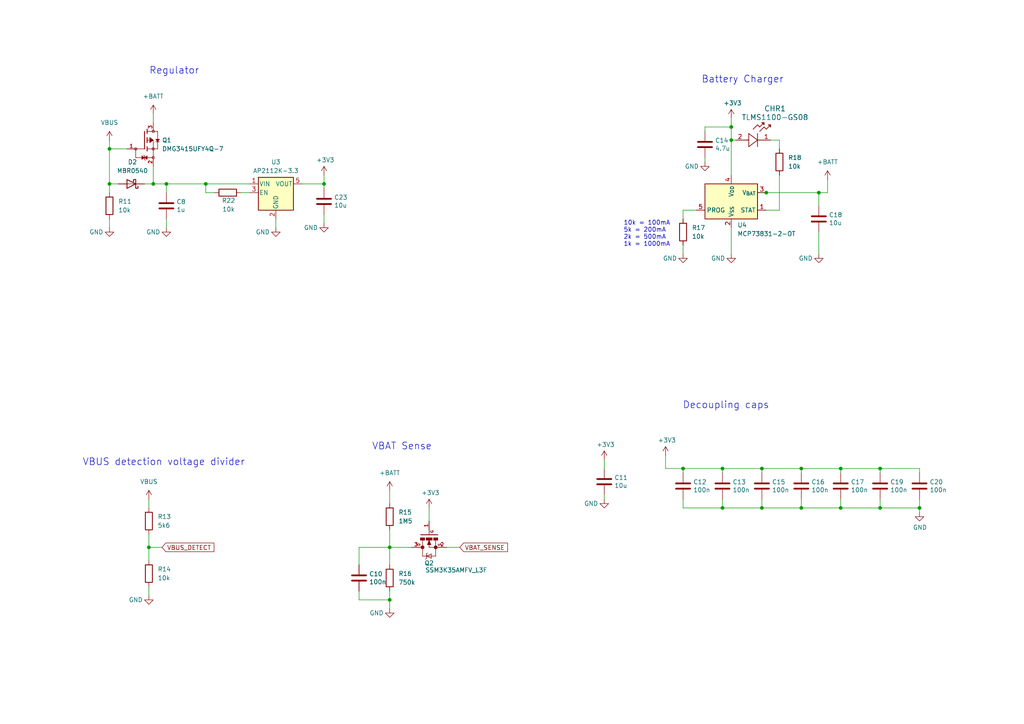
<source format=kicad_sch>
(kicad_sch (version 20231120) (generator "eeschema") (generator_version "8.0")
  (paper "A4")
  (lib_symbols
    (symbol "Battery_Management:MCP73831-2-OT"
      (property "Reference" "U" (at -7.62 6.35 0))
      (property "Value" "MCP73831-2-OT" (at 1.27 6.35 0))
      (symbol "MCP73831-2-OT_0_1"
        (rectangle (start -7.62 5.08) (end 7.62 -5.08) (stroke (width 0.254)) (fill (type background)))
      )
      (symbol "MCP73831-2-OT_1_1"
        (pin tri_state line (at 10.16 -2.54 180) (length 2.54) (name "STAT") (number "1"))
        (pin power_in line (at 0 -7.62 90) (length 2.54) (name "V_{SS}") (number "2"))
        (pin power_out line (at 10.16 2.54 180) (length 2.54) (name "V_{BAT}") (number "3"))
        (pin power_in line (at 0 7.62 270) (length 2.54) (name "V_{DD}") (number "4"))
        (pin input line (at -10.16 -2.54 0) (length 2.54) (name "PROG") (number "5"))
      )
    )
    (symbol "DMG3415UFY4Q-7:DMG3415UFY4Q-7" (pin_names (offset 1.016))
      (property "Reference" "Q" (at -8.89 3.81 0))
      (property "Value" "DMG3415UFY4Q-7" (at -8.89 -8.89 0))
      (symbol "DMG3415UFY4Q-7_0_0"
        (circle (center -2.54 -2.54) (radius 0.3592))
        (polyline (pts (xy -2.54 -5.08) (xy -2.54 -2.54)) (stroke (width 0.1524)))
        (polyline (pts (xy -2.54 -2.54) (xy 0 -2.54)) (stroke (width 0.1524)))
        (polyline (pts (xy -0.254 -4.318) (xy 0 -4.572)) (stroke (width 0.1524)))
        (polyline (pts (xy 0 -5.588) (xy 0.254 -5.842)) (stroke (width 0.1524)))
        (polyline (pts (xy 0 -4.572) (xy 0 -5.588)) (stroke (width 0.1524)))
        (polyline (pts (xy 0 -2.54) (xy 0 2.54)) (stroke (width 0.254)))
        (polyline (pts (xy 0.762 -3.175) (xy 0.762 -2.54)) (stroke (width 0.254)))
        (polyline (pts (xy 0.762 -2.54) (xy 0.762 -1.905)) (stroke (width 0.254)))
        (polyline (pts (xy 0.762 -2.54) (xy 2.54 -2.54)) (stroke (width 0.1524)))
        (polyline (pts (xy 0.762 -0.762) (xy 0.762 0)) (stroke (width 0.254)))
        (polyline (pts (xy 0.762 0) (xy 0.762 0.762)) (stroke (width 0.254)))
        (polyline (pts (xy 0.762 0) (xy 2.54 0)) (stroke (width 0.1524)))
        (polyline (pts (xy 0.762 1.905) (xy 0.762 2.54)) (stroke (width 0.254)))
        (polyline (pts (xy 0.762 2.54) (xy 0.762 3.175)) (stroke (width 0.254)))
        (polyline (pts (xy 2.54 -5.08) (xy -2.54 -5.08)) (stroke (width 0.1524)))
        (polyline (pts (xy 2.54 -2.54) (xy 2.54 -5.08)) (stroke (width 0.1524)))
        (polyline (pts (xy 2.54 -2.54) (xy 2.54 0)) (stroke (width 0.1524)))
        (polyline (pts (xy 2.54 -2.54) (xy 3.81 -2.54)) (stroke (width 0.1524)))
        (polyline (pts (xy 3.81 -0.508) (xy 3.302 -0.508)) (stroke (width 0.1524)))
        (polyline (pts (xy 3.81 -0.508) (xy 3.81 -2.54)) (stroke (width 0.1524)))
        (polyline (pts (xy 3.81 2.54) (xy 0.762 2.54)) (stroke (width 0.1524)))
        (polyline (pts (xy 3.81 2.54) (xy 3.81 -0.508)) (stroke (width 0.1524)))
        (polyline (pts (xy 4.318 -0.508) (xy 3.81 -0.508)) (stroke (width 0.1524)))
        (polyline (pts (xy 0 -5.08) (xy -0.762 -5.588) (xy -0.762 -4.572) (xy 0 -5.08)) (stroke (width 0.1524)) (fill (type outline)))
        (polyline (pts (xy 0 -5.08) (xy 0.762 -4.572) (xy 0.762 -5.588) (xy 0 -5.08)) (stroke (width 0.1524)) (fill (type outline)))
        (polyline (pts (xy 2.54 0) (xy 1.524 0.762) (xy 1.524 -0.762) (xy 2.54 0)) (stroke (width 0.1524)) (fill (type outline)))
        (polyline (pts (xy 3.81 -0.508) (xy 3.302 0.254) (xy 4.318 0.254) (xy 3.81 -0.508)) (stroke (width 0.1524)) (fill (type outline)))
        (circle (center 2.54 -5.08) (radius 0.3592))
        (circle (center 2.54 -2.54) (radius 0.3592))
        (circle (center 2.54 2.54) (radius 0.3592))
        (pin passive line (at -5.08 -2.54 0) (length 2.54) (name "~") (number "1"))
        (pin passive line (at 2.54 -7.62 90) (length 2.54) (name "~") (number "2"))
        (pin passive line (at 2.54 5.08 270) (length 2.54) (name "~") (number "3"))
      )
    )
    (symbol "Device:C" (pin_numbers hide) (pin_names (offset 0.254))
      (property "Reference" "C" (at 0.635 2.54 0))
      (property "Value" "C" (at 0.635 -2.54 0))
      (symbol "C_0_1"
        (polyline (pts (xy -2.032 -0.762) (xy 2.032 -0.762)) (stroke (width 0.508)))
        (polyline (pts (xy -2.032 0.762) (xy 2.032 0.762)) (stroke (width 0.508)))
      )
      (symbol "C_1_1"
        (pin passive line (at 0 3.81 270) (length 2.794) (name "~") (number "1"))
        (pin passive line (at 0 -3.81 90) (length 2.794) (name "~") (number "2"))
      )
    )
    (symbol "Device:R" (pin_numbers hide) (pin_names (offset 0))
      (property "Reference" "R" (at 2.032 0 90))
      (property "Value" "R" (at 0 0 90))
      (symbol "R_0_1"
        (rectangle (start -1.016 -2.54) (end 1.016 2.54) (stroke (width 0.254)))
      )
      (symbol "R_1_1"
        (pin passive line (at 0 3.81 270) (length 1.27) (name "~") (number "1"))
        (pin passive line (at 0 -3.81 90) (length 1.27) (name "~") (number "2"))
      )
    )
    (symbol "Diode:MBR0540" (pin_numbers hide) (pin_names (offset 1.016) hide)
      (property "Reference" "D" (at 0 2.54 0))
      (property "Value" "MBR0540" (at 0 -2.54 0))
      (symbol "MBR0540_0_1"
        (polyline (pts (xy 1.27 0) (xy -1.27 0)))
        (polyline (pts (xy 1.27 1.27) (xy 1.27 -1.27) (xy -1.27 0) (xy 1.27 1.27)) (stroke (width 0.254)))
        (polyline (pts (xy -1.905 0.635) (xy -1.905 1.27) (xy -1.27 1.27) (xy -1.27 -1.27) (xy -0.635 -1.27) (xy -0.635 -0.635)) (stroke (width 0.254)))
      )
      (symbol "MBR0540_1_1"
        (pin passive line (at -3.81 0 0) (length 2.54) (name "K") (number "1"))
        (pin passive line (at 3.81 0 180) (length 2.54) (name "A") (number "2"))
      )
    )
    (symbol "Regulator_Linear:AP2112K-3.3" (pin_names (offset 0.254))
      (property "Reference" "U" (at -5.08 5.715 0))
      (property "Value" "AP2112K-3.3" (at 0 5.715 0))
      (symbol "AP2112K-3.3_0_1"
        (rectangle (start -5.08 4.445) (end 5.08 -5.08) (stroke (width 0.254)) (fill (type background)))
      )
      (symbol "AP2112K-3.3_1_1"
        (pin power_in line (at -7.62 2.54 0) (length 2.54) (name "VIN") (number "1"))
        (pin power_in line (at 0 -7.62 90) (length 2.54) (name "GND") (number "2"))
        (pin input line (at -7.62 0 0) (length 2.54) (name "EN") (number "3"))
        (pin no_connect line (at 5.08 0 180) (length 2.54) hide (name "NC") (number "4"))
        (pin power_out line (at 7.62 2.54 180) (length 2.54) (name "VOUT") (number "5"))
      )
    )
    (symbol "SSM3K35AMFV_L3F:SSM3K35AMFV_L3F" (pin_names (offset 1.016))
      (property "Reference" "Q" (at 5.08 2.54 0))
      (property "Value" "SSM3K35AMFV_L3F" (at 5.08 0 0))
      (symbol "SSM3K35AMFV_L3F_0_0"
        (rectangle (start -2.794 -2.54) (end -2.032 -1.27) (stroke (width 0.1)) (fill (type outline)))
        (rectangle (start -2.794 -0.889) (end -2.032 0.889) (stroke (width 0.1)) (fill (type outline)))
        (rectangle (start -2.794 1.27) (end -2.032 2.54) (stroke (width 0.1)) (fill (type outline)))
        (circle (center 0 -1.905) (radius 0.127) (stroke (width 0.4064)))
        (polyline (pts (xy -3.81 0) (xy -5.08 0)) (stroke (width 0.1524)))
        (polyline (pts (xy -3.6576 2.413) (xy -3.6576 -2.54)) (stroke (width 0.254)))
        (polyline (pts (xy -2.032 -1.905) (xy 0 -1.905)) (stroke (width 0.1524)))
        (polyline (pts (xy -2.032 0) (xy -0.762 -0.508)) (stroke (width 0.1524)))
        (polyline (pts (xy -1.778 0) (xy -0.889 -0.254)) (stroke (width 0.3048)))
        (polyline (pts (xy -0.889 -0.254) (xy -0.889 0)) (stroke (width 0.3048)))
        (polyline (pts (xy -0.889 0) (xy -1.143 0)) (stroke (width 0.3048)))
        (polyline (pts (xy -0.889 0) (xy 0 0)) (stroke (width 0.1524)))
        (polyline (pts (xy -0.889 0.254) (xy -1.778 0)) (stroke (width 0.3048)))
        (polyline (pts (xy -0.762 -0.508) (xy -0.762 0.508)) (stroke (width 0.1524)))
        (polyline (pts (xy -0.762 0.508) (xy -2.032 0)) (stroke (width 0.1524)))
        (polyline (pts (xy 0 -1.905) (xy 0 -2.54)) (stroke (width 0.1524)))
        (polyline (pts (xy 0 0) (xy 0 -1.905)) (stroke (width 0.1524)))
        (polyline (pts (xy 0 1.905) (xy -2.0066 1.905)) (stroke (width 0.1524)))
        (polyline (pts (xy 0 1.905) (xy 2.54 1.905)) (stroke (width 0.1524)))
        (polyline (pts (xy 0 2.54) (xy 0 1.905)) (stroke (width 0.1524)))
        (polyline (pts (xy 1.905 -0.635) (xy 3.175 -0.635)) (stroke (width 0.1524)))
        (polyline (pts (xy 1.905 0.762) (xy 1.651 0.508)) (stroke (width 0.1524)))
        (polyline (pts (xy 1.905 0.762) (xy 2.54 0.762)) (stroke (width 0.1524)))
        (polyline (pts (xy 2.54 -1.905) (xy 0 -1.905)) (stroke (width 0.1524)))
        (polyline (pts (xy 2.54 0.762) (xy 1.905 -0.635)) (stroke (width 0.1524)))
        (polyline (pts (xy 2.54 0.762) (xy 2.54 -1.905)) (stroke (width 0.1524)))
        (polyline (pts (xy 2.54 0.762) (xy 3.175 0.762)) (stroke (width 0.1524)))
        (polyline (pts (xy 2.54 1.905) (xy 2.54 0.762)) (stroke (width 0.1524)))
        (polyline (pts (xy 3.175 -0.635) (xy 2.54 0.762)) (stroke (width 0.1524)))
        (polyline (pts (xy 3.175 0.762) (xy 3.429 1.016)) (stroke (width 0.1524)))
        (circle (center 0 1.905) (radius 0.127) (stroke (width 0.4064)))
        (text "D" (at -1.27 2.54 0) (effects (font (size 0.8128 0.8128)) (justify left bottom)))
        (text "G" (at -5.08 -1.27 0) (effects (font (size 0.8128 0.8128)) (justify left bottom)))
        (text "S" (at -1.27 -3.556 0) (effects (font (size 0.8128 0.8128)) (justify left bottom)))
        (pin passive line (at -7.62 0 0) (length 2.54) (name "~") (number "1"))
        (pin passive line (at 0 -5.08 90) (length 2.54) (name "~") (number "2"))
        (pin passive line (at 0 5.08 270) (length 2.54) (name "~") (number "3"))
      )
    )
    (symbol "TLMS1100-GS08:TLMS1100-GS08" (pin_names (offset 0.254))
      (property "Reference" "CR" (at 5.08 -4.445 0))
      (property "Value" "TLMS1100-GS08" (at 5.08 -7.62 0))
      (symbol "TLMS1100-GS08_1_1"
        (polyline (pts (xy 2.54 0) (xy 3.4798 0)) (stroke (width 0.2032)))
        (polyline (pts (xy 3.175 0) (xy 3.81 0)) (stroke (width 0.2032)))
        (polyline (pts (xy 3.81 -1.905) (xy 6.35 0)) (stroke (width 0.2032)))
        (polyline (pts (xy 3.81 1.905) (xy 3.81 -1.905)) (stroke (width 0.2032)))
        (polyline (pts (xy 5.08 3.175) (xy 6.35 4.445)) (stroke (width 0.2032)))
        (polyline (pts (xy 6.35 -1.905) (xy 6.35 1.905)) (stroke (width 0.2032)))
        (polyline (pts (xy 6.35 0) (xy 3.81 1.905)) (stroke (width 0.2032)))
        (polyline (pts (xy 6.35 0) (xy 7.62 0)) (stroke (width 0.2032)))
        (polyline (pts (xy 6.35 4.445) (xy 6.985 3.81)) (stroke (width 0.2032)))
        (polyline (pts (xy 6.985 2.54) (xy 8.255 3.81)) (stroke (width 0.2032)))
        (polyline (pts (xy 6.985 3.81) (xy 8.255 5.08)) (stroke (width 0.2032)))
        (polyline (pts (xy 7.62 5.08) (xy 8.255 4.445)) (stroke (width 0.2032)))
        (polyline (pts (xy 8.255 3.81) (xy 8.89 3.175)) (stroke (width 0.2032)))
        (polyline (pts (xy 8.255 4.445) (xy 8.255 5.08)) (stroke (width 0.2032)))
        (polyline (pts (xy 8.255 5.08) (xy 7.62 5.08)) (stroke (width 0.2032)))
        (polyline (pts (xy 8.89 3.175) (xy 10.16 4.445)) (stroke (width 0.2032)))
        (polyline (pts (xy 9.525 4.445) (xy 10.16 3.81)) (stroke (width 0.2032)))
        (polyline (pts (xy 10.16 3.81) (xy 10.16 4.445)) (stroke (width 0.2032)))
        (polyline (pts (xy 10.16 4.445) (xy 9.525 4.445)) (stroke (width 0.2032)))
        (pin passive line (at 10.16 0 180) (length 2.54) (name "") (number "1"))
        (pin passive line (at 0 0 0) (length 2.54) (name "") (number "2"))
      )
      (symbol "TLMS1100-GS08_1_2"
        (polyline (pts (xy -5.08 7.62) (xy -4.445 8.255)) (stroke (width 0.2032)))
        (polyline (pts (xy -5.08 8.255) (xy -5.08 7.62)) (stroke (width 0.2032)))
        (polyline (pts (xy -4.445 6.35) (xy -3.81 6.985)) (stroke (width 0.2032)))
        (polyline (pts (xy -4.445 8.255) (xy -5.08 8.255)) (stroke (width 0.2032)))
        (polyline (pts (xy -4.445 9.525) (xy -3.81 10.16)) (stroke (width 0.2032)))
        (polyline (pts (xy -4.445 10.16) (xy -4.445 9.525)) (stroke (width 0.2032)))
        (polyline (pts (xy -3.81 6.985) (xy -5.08 8.255)) (stroke (width 0.2032)))
        (polyline (pts (xy -3.81 8.255) (xy -3.175 8.89)) (stroke (width 0.2032)))
        (polyline (pts (xy -3.81 10.16) (xy -4.445 10.16)) (stroke (width 0.2032)))
        (polyline (pts (xy -3.175 5.08) (xy -4.445 6.35)) (stroke (width 0.2032)))
        (polyline (pts (xy -3.175 8.89) (xy -4.445 10.16)) (stroke (width 0.2032)))
        (polyline (pts (xy -2.54 6.985) (xy -3.81 8.255)) (stroke (width 0.2032)))
        (polyline (pts (xy -1.905 3.81) (xy 1.905 3.81)) (stroke (width 0.2032)))
        (polyline (pts (xy 0 2.54) (xy 0 3.4798)) (stroke (width 0.2032)))
        (polyline (pts (xy 0 3.175) (xy 0 3.81)) (stroke (width 0.2032)))
        (polyline (pts (xy 0 6.35) (xy -1.905 3.81)) (stroke (width 0.2032)))
        (polyline (pts (xy 0 6.35) (xy 0 7.62)) (stroke (width 0.2032)))
        (polyline (pts (xy 1.905 3.81) (xy 0 6.35)) (stroke (width 0.2032)))
        (polyline (pts (xy 1.905 6.35) (xy -1.905 6.35)) (stroke (width 0.2032)))
        (pin unspecified line (at 0 10.16 270) (length 2.54) (name "") (number "1"))
        (pin unspecified line (at 0 0 90) (length 2.54) (name "") (number "2"))
      )
    )
    (symbol "VBUS_1" (power) (pin_numbers hide) (pin_names (offset 0) hide)
      (property "Value" "VBUS" (at 0 3.556 0))
      (symbol "VBUS_1_0_1"
        (polyline (pts (xy -0.762 1.27) (xy 0 2.54)))
        (polyline (pts (xy 0 0) (xy 0 2.54)))
        (polyline (pts (xy 0 2.54) (xy 0.762 1.27)))
      )
      (symbol "VBUS_1_1_1"
        (pin power_in line (at 0 0 90) (length 0) (name "~") (number "1"))
      )
    )
    (symbol "power:+3V3" (power) (pin_names (offset 0))
      (property "Value" "+3V3" (at 0 3.556 0))
      (symbol "+3V3_0_1"
        (polyline (pts (xy -0.762 1.27) (xy 0 2.54)))
        (polyline (pts (xy 0 0) (xy 0 2.54)))
        (polyline (pts (xy 0 2.54) (xy 0.762 1.27)))
      )
      (symbol "+3V3_1_1"
        (pin power_in line (at 0 0 90) (length 0) hide (name "+3V3") (number "1"))
      )
    )
    (symbol "power:+BATT" (power) (pin_numbers hide) (pin_names (offset 0) hide)
      (property "Value" "+BATT" (at 0 3.556 0))
      (symbol "+BATT_0_1"
        (polyline (pts (xy -0.762 1.27) (xy 0 2.54)))
        (polyline (pts (xy 0 0) (xy 0 2.54)))
        (polyline (pts (xy 0 2.54) (xy 0.762 1.27)))
      )
      (symbol "+BATT_1_1"
        (pin power_in line (at 0 0 90) (length 0) (name "~") (number "1"))
      )
    )
    (symbol "power:GND" (power) (pin_names (offset 0))
      (property "Value" "GND" (at 0 -3.81 0))
      (symbol "GND_0_1"
        (polyline (pts (xy 0 0) (xy 0 -1.27) (xy 1.27 -1.27) (xy 0 -2.54) (xy -1.27 -1.27) (xy 0 -1.27)))
      )
      (symbol "GND_1_1"
        (pin power_in line (at 0 0 270) (length 0) hide (name "GND") (number "1"))
      )
    )
  )
  (junction (at 220.98 147.32))
  (junction (at 237.49 55.88))
  (junction (at 31.75 43.18))
  (junction (at 43.18 158.75))
  (junction (at 232.41 135.89))
  (junction (at 113.03 173.99))
  (junction (at 212.09 36.83))
  (junction (at 243.84 147.32))
  (junction (at 209.55 147.32))
  (junction (at 232.41 147.32))
  (junction (at 255.27 147.32))
  (junction (at 48.26 53.34))
  (junction (at 243.84 135.89))
  (junction (at 212.09 40.64))
  (junction (at 255.27 135.89))
  (junction (at 113.03 158.75))
  (junction (at 31.75 53.34))
  (junction (at 222.25 55.88))
  (junction (at 209.55 135.89))
  (junction (at 59.69 53.34))
  (junction (at 198.12 135.89))
  (junction (at 93.98 53.34))
  (junction (at 220.98 135.89))
  (junction (at 266.7 147.32))
  (junction (at 44.45 53.34))
  (wire (pts (xy 209.55 144.78) (xy 209.55 147.32)))
  (wire (pts (xy 266.7 147.32) (xy 266.7 148.59)))
  (wire (pts (xy 59.69 55.88) (xy 62.23 55.88)))
  (wire (pts (xy 212.09 34.29) (xy 212.09 36.83)))
  (wire (pts (xy 175.26 143.51) (xy 175.26 144.78)))
  (wire (pts (xy 266.7 137.16) (xy 266.7 135.89)))
  (wire (pts (xy 124.46 147.32) (xy 124.46 151.13)))
  (wire (pts (xy 255.27 135.89) (xy 266.7 135.89)))
  (wire (pts (xy 48.26 53.34) (xy 48.26 55.88)))
  (wire (pts (xy 113.03 158.75) (xy 113.03 163.83)))
  (wire (pts (xy 266.7 144.78) (xy 266.7 147.32)))
  (wire (pts (xy 59.69 53.34) (xy 59.69 55.88)))
  (wire (pts (xy 93.98 53.34) (xy 93.98 54.61)))
  (wire (pts (xy 113.03 158.75) (xy 119.38 158.75)))
  (wire (pts (xy 209.55 137.16) (xy 209.55 135.89)))
  (wire (pts (xy 220.98 135.89) (xy 232.41 135.89)))
  (wire (pts (xy 31.75 53.34) (xy 31.75 55.88)))
  (wire (pts (xy 220.98 144.78) (xy 220.98 147.32)))
  (wire (pts (xy 255.27 147.32) (xy 266.7 147.32)))
  (wire (pts (xy 240.03 55.88) (xy 240.03 52.07)))
  (wire (pts (xy 226.06 50.8) (xy 226.06 60.96)))
  (wire (pts (xy 31.75 40.64) (xy 31.75 43.18)))
  (wire (pts (xy 232.41 135.89) (xy 243.84 135.89)))
  (wire (pts (xy 212.09 36.83) (xy 212.09 40.64)))
  (wire (pts (xy 43.18 158.75) (xy 46.99 158.75)))
  (wire (pts (xy 219.71 55.88) (xy 222.25 55.88)))
  (wire (pts (xy 209.55 135.89) (xy 220.98 135.89)))
  (wire (pts (xy 198.12 135.89) (xy 198.12 137.16)))
  (wire (pts (xy 198.12 135.89) (xy 209.55 135.89)))
  (wire (pts (xy 222.25 55.88) (xy 237.49 55.88)))
  (wire (pts (xy 113.03 153.67) (xy 113.03 158.75)))
  (wire (pts (xy 204.47 36.83) (xy 204.47 38.1)))
  (wire (pts (xy 129.54 158.75) (xy 133.35 158.75)))
  (wire (pts (xy 104.14 171.45) (xy 104.14 173.99)))
  (wire (pts (xy 44.45 53.34) (xy 44.45 48.26)))
  (wire (pts (xy 237.49 55.88) (xy 240.03 55.88)))
  (wire (pts (xy 93.98 53.34) (xy 93.98 50.8)))
  (wire (pts (xy 237.49 55.88) (xy 237.49 59.69)))
  (wire (pts (xy 104.14 173.99) (xy 113.03 173.99)))
  (wire (pts (xy 204.47 45.72) (xy 204.47 46.99)))
  (wire (pts (xy 113.03 173.99) (xy 113.03 176.53)))
  (wire (pts (xy 43.18 170.18) (xy 43.18 172.72)))
  (wire (pts (xy 232.41 137.16) (xy 232.41 135.89)))
  (wire (pts (xy 87.63 53.34) (xy 93.98 53.34)))
  (wire (pts (xy 43.18 158.75) (xy 43.18 162.56)))
  (wire (pts (xy 212.09 40.64) (xy 212.09 50.8)))
  (wire (pts (xy 43.18 154.94) (xy 43.18 158.75)))
  (wire (pts (xy 237.49 67.31) (xy 237.49 73.66)))
  (wire (pts (xy 113.03 142.24) (xy 113.03 146.05)))
  (wire (pts (xy 201.93 60.96) (xy 198.12 60.96)))
  (wire (pts (xy 59.69 53.34) (xy 72.39 53.34)))
  (wire (pts (xy 255.27 144.78) (xy 255.27 147.32)))
  (wire (pts (xy 243.84 137.16) (xy 243.84 135.89)))
  (wire (pts (xy 255.27 137.16) (xy 255.27 135.89)))
  (wire (pts (xy 209.55 147.32) (xy 198.12 147.32)))
  (wire (pts (xy 243.84 144.78) (xy 243.84 147.32)))
  (wire (pts (xy 193.04 135.89) (xy 198.12 135.89)))
  (wire (pts (xy 232.41 147.32) (xy 220.98 147.32)))
  (wire (pts (xy 48.26 63.5) (xy 48.26 66.04)))
  (wire (pts (xy 226.06 60.96) (xy 222.25 60.96)))
  (wire (pts (xy 243.84 135.89) (xy 255.27 135.89)))
  (wire (pts (xy 43.18 144.78) (xy 43.18 147.32)))
  (wire (pts (xy 113.03 171.45) (xy 113.03 173.99)))
  (wire (pts (xy 31.75 43.18) (xy 36.83 43.18)))
  (wire (pts (xy 212.09 66.04) (xy 212.09 73.66)))
  (wire (pts (xy 31.75 63.5) (xy 31.75 66.04)))
  (wire (pts (xy 69.85 55.88) (xy 72.39 55.88)))
  (wire (pts (xy 41.91 53.34) (xy 44.45 53.34)))
  (wire (pts (xy 198.12 71.12) (xy 198.12 73.66)))
  (wire (pts (xy 104.14 158.75) (xy 113.03 158.75)))
  (wire (pts (xy 226.06 40.64) (xy 226.06 43.18)))
  (wire (pts (xy 175.26 133.35) (xy 175.26 135.89)))
  (wire (pts (xy 232.41 144.78) (xy 232.41 147.32)))
  (wire (pts (xy 193.04 132.08) (xy 193.04 135.89)))
  (wire (pts (xy 104.14 163.83) (xy 104.14 158.75)))
  (wire (pts (xy 31.75 43.18) (xy 31.75 53.34)))
  (wire (pts (xy 44.45 53.34) (xy 48.26 53.34)))
  (wire (pts (xy 243.84 147.32) (xy 232.41 147.32)))
  (wire (pts (xy 80.01 63.5) (xy 80.01 66.04)))
  (wire (pts (xy 212.09 36.83) (xy 204.47 36.83)))
  (wire (pts (xy 220.98 147.32) (xy 209.55 147.32)))
  (wire (pts (xy 31.75 53.34) (xy 34.29 53.34)))
  (wire (pts (xy 255.27 147.32) (xy 243.84 147.32)))
  (wire (pts (xy 223.52 40.64) (xy 226.06 40.64)))
  (wire (pts (xy 93.98 62.23) (xy 93.98 64.77)))
  (wire (pts (xy 44.45 33.02) (xy 44.45 35.56)))
  (wire (pts (xy 220.98 137.16) (xy 220.98 135.89)))
  (wire (pts (xy 48.26 53.34) (xy 59.69 53.34)))
  (wire (pts (xy 212.09 40.64) (xy 213.36 40.64)))
  (wire (pts (xy 198.12 60.96) (xy 198.12 63.5)))
  (wire (pts (xy 198.12 144.78) (xy 198.12 147.32)))
  (text "Regulator" (at 50.546 20.574 0) (effects (font (size 2 2))))
  (text "VBUS detection voltage divider" (at 47.498 134.112 0) (effects (font (size 2 2))))
  (text "VBAT Sense\n" (at 116.586 129.54 0) (effects (font (size 2 2))))
  (text "Battery Charger" (at 215.392 23.114 0) (effects (font (size 2 2))))
  (text "Decoupling caps" (at 210.566 117.602 0) (effects (font (size 2 2))))
  (text "10k = 100mA\n5k = 200mA\n2k = 500mA\n1k = 1000mA" (at 180.848 67.818 0) (effects (font (size 1.27 1.27)) (justify left)))
  (global_label "VBUS_DETECT" (shape input) (at 46.99 158.75 0) (property "Intersheetrefs" "${INTERSHEET_REFS}" (effects (hide yes))))
  (global_label "VBAT_SENSE" (shape input) (at 133.35 158.75 0) (property "Intersheetrefs" "${INTERSHEET_REFS}" (effects (hide yes))))
  (symbol (lib_id "power:+3V3") (at 175.26 133.35 0) (unit 1)
    (property "Reference" "#PWR038" (effects (hide yes)))
    (property "Value" "+3V3" (at 175.641 128.9558 0))
  )
  (symbol (lib_id "power:+3V3") (at 93.98 50.8 0) (unit 1)
    (property "Reference" "#PWR061" (effects (hide yes)))
    (property "Value" "+3V3" (at 94.361 46.4058 0))
  )
  (symbol (lib_id "Device:C") (at 198.12 140.97 0) (unit 1)
    (property "Reference" "C12" (at 201.041 139.8016 0) (effects (justify left)))
    (property "Value" "100n" (at 201.041 142.113 0) (effects (justify left)))
    (property "Footprint" "Capacitor_SMD:C_0402_1005Metric" (effects (hide yes)))
  )
  (symbol (lib_id "Device:R") (at 113.03 149.86 0) (unit 1)
    (property "Reference" "R15" (at 115.57 148.5899 0) (effects (justify left)))
    (property "Value" "1M5" (at 115.57 151.1299 0) (effects (justify left)))
    (property "Footprint" "Resistor_SMD:R_0402_1005Metric" (effects (hide yes)))
    (property "Description" "Resistor" (effects (hide yes)))
  )
  (symbol (lib_id "Device:C") (at 255.27 140.97 0) (unit 1)
    (property "Reference" "C19" (at 258.191 139.8016 0) (effects (justify left)))
    (property "Value" "100n" (at 258.191 142.113 0) (effects (justify left)))
    (property "Footprint" "Capacitor_SMD:C_0402_1005Metric" (effects (hide yes)))
  )
  (symbol (lib_id "TLMS1100-GS08:TLMS1100-GS08") (at 213.36 40.64 0) (unit 1)
    (property "Reference" "CHR1" (at 224.79 31.496 0) (effects (font (size 1.524 1.524))))
    (property "Value" "TLMS1100-GS08" (at 224.79 34.036 0) (effects (font (size 1.524 1.524))))
    (property "Footprint" "LED_VISHAY_TLMX1100_VIS" (effects (hide yes)))
    (property "Datasheet" "TLMS1100-GS08" (effects (hide yes)))
  )
  (symbol (lib_id "power:GND") (at 93.98 64.77 0) (unit 1)
    (property "Reference" "#PWR027" (effects (hide yes)))
    (property "Value" "GND" (at 90.17 66.04 0))
  )
  (symbol (lib_id "Device:C") (at 104.14 167.64 0) (unit 1)
    (property "Reference" "C10" (at 107.061 166.4716 0) (effects (justify left)))
    (property "Value" "100n" (at 107.061 168.783 0) (effects (justify left)))
    (property "Footprint" "Capacitor_SMD:C_0402_1005Metric" (effects (hide yes)))
  )
  (symbol (lib_id "SSM3K35AMFV_L3F:SSM3K35AMFV_L3F") (at 124.46 158.75 90) (mirror x) (unit 1)
    (property "Reference" "Q2" (at 124.46 163.322 90))
    (property "Value" "SSM3K35AMFV_L3F" (at 132.334 165.354 90))
    (property "Footprint" "duso:VESM_SOT-723_" (effects (hide yes)))
    (property "DigiKey_Part_Number" "SSM3K35AMFVL3FTR-ND" (effects (hide yes)))
    (property "MF" "Toshiba" (effects (hide yes)))
    (property "Purchase-URL" "https://www.snapeda.com/api/url_track_click_mouser/?unipart_id=1360201&manufacturer=Toshiba&part_name=SSM3K35AMFV,L3F&search_term=ssm3k35amfv,l3f" (effects (hide yes)))
    (property "Package" "SOT-723 Toshiba" (effects (hide yes)))
    (property "SnapEDA_Link" "https://www.snapeda.com/parts/SSM3K35AMFV,L3F/Toshiba/view-part/?ref=snap" (effects (hide yes)))
    (property "MP" "SSM3K35AMFV,L3F" (effects (hide yes)))
    (property "Description_1" "\nN-Channel 20 V 250mA (Ta) 500mW (Ta) Surface Mount VESM\n" (effects (hide yes)))
    (property "Check_prices" "https://www.snapeda.com/parts/SSM3K35AMFV,L3F/Toshiba/view-part/?ref=eda" (effects (hide yes)))
  )
  (symbol (lib_id "Diode:MBR0540") (at 38.1 53.34 180) (unit 1)
    (property "Reference" "D2" (at 38.4175 46.99 0))
    (property "Value" "MBR0540" (at 38.4175 49.53 0))
    (property "Footprint" "Diode_SMD:D_SOD-123" (effects (hide yes)))
    (property "Datasheet" "http://www.mccsemi.com/up_pdf/MBR0520~MBR0580(SOD123).pdf" (effects (hide yes)))
    (property "Description" "40V 0.5A Schottky Power Rectifier Diode, SOD-123" (effects (hide yes)))
  )
  (symbol (lib_id "Device:R") (at 43.18 151.13 0) (unit 1)
    (property "Reference" "R13" (at 45.72 149.8599 0) (effects (justify left)))
    (property "Value" "5k6" (at 45.72 152.3999 0) (effects (justify left)))
    (property "Footprint" "Resistor_SMD:R_0402_1005Metric" (effects (hide yes)))
    (property "Description" "Resistor" (effects (hide yes)))
  )
  (symbol (lib_id "power:+BATT") (at 240.03 52.07 0) (unit 1)
    (property "Reference" "#PWR046" (effects (hide yes)))
    (property "Value" "+BATT" (at 240.03 46.99 0))
    (property "Description" "Power symbol creates a global label with name \"+BATT\"" (effects (hide yes)))
  )
  (symbol (lib_id "Device:R") (at 43.18 166.37 0) (unit 1)
    (property "Reference" "R14" (at 45.72 165.0999 0) (effects (justify left)))
    (property "Value" "10k" (at 45.72 167.6399 0) (effects (justify left)))
    (property "Footprint" "Resistor_SMD:R_0402_1005Metric" (effects (hide yes)))
    (property "Description" "Resistor" (effects (hide yes)))
  )
  (symbol (lib_id "Device:C") (at 48.26 59.69 0) (unit 1)
    (property "Reference" "C8" (at 51.181 58.5216 0) (effects (justify left)))
    (property "Value" "1u" (at 51.181 60.833 0) (effects (justify left)))
    (property "Footprint" "Capacitor_SMD:C_0402_1005Metric" (effects (hide yes)))
  )
  (symbol (lib_id "DMG3415UFY4Q-7:DMG3415UFY4Q-7") (at 41.91 40.64 0) (unit 1)
    (property "Reference" "Q1" (at 46.99 40.678 0) (effects (justify left)))
    (property "Value" "DMG3415UFY4Q-7" (at 46.99 43.18 0) (effects (justify left)))
    (property "Footprint" "duso:TRANS_DMG3415UFY4Q-7" (effects (hide yes)))
    (property "PARTREV" "1-2" (effects (hide yes)))
    (property "STANDARD" "Manufacturer recommendations" (effects (hide yes)))
    (property "MAXIMUM_PACKAGE_HEIGHT" "0.4mm" (effects (hide yes)))
    (property "MANUFACTURER" "Diodes Incorporated" (effects (hide yes)))
  )
  (symbol (lib_id "Device:C") (at 220.98 140.97 0) (unit 1)
    (property "Reference" "C15" (at 223.901 139.8016 0) (effects (justify left)))
    (property "Value" "100n" (at 223.901 142.113 0) (effects (justify left)))
    (property "Footprint" "Capacitor_SMD:C_0402_1005Metric" (effects (hide yes)))
  )
  (symbol (lib_id "Device:R") (at 198.12 67.31 0) (unit 1)
    (property "Reference" "R17" (at 200.66 66.0399 0) (effects (justify left)))
    (property "Value" "10k" (at 200.66 68.5799 0) (effects (justify left)))
    (property "Footprint" "Resistor_SMD:R_0402_1005Metric" (effects (hide yes)))
    (property "Description" "Resistor" (effects (hide yes)))
  )
  (symbol (lib_name "VBUS_1") (lib_id "power:VBUS") (at 31.75 40.64 0) (unit 1)
    (property "Reference" "#PWR021" (effects (hide yes)))
    (property "Value" "VBUS" (at 31.75 35.56 0))
    (property "Description" "Power symbol creates a global label with name \"VBUS\"" (effects (hide yes)))
  )
  (symbol (lib_id "power:GND") (at 80.01 66.04 0) (unit 1)
    (property "Reference" "#PWR060" (effects (hide yes)))
    (property "Value" "GND" (at 76.2 67.31 0))
  )
  (symbol (lib_id "Regulator_Linear:AP2112K-3.3") (at 80.01 55.88 0) (unit 1)
    (property "Reference" "U3" (at 80.01 46.99 0))
    (property "Value" "AP2112K-3.3" (at 80.01 49.53 0))
    (property "Footprint" "Package_TO_SOT_SMD:SOT-23-5" (effects (hide yes)))
    (property "Datasheet" "https://www.diodes.com/assets/Datasheets/AP2112.pdf" (effects (hide yes)))
    (property "Description" "600mA low dropout linear regulator, with enable pin, 3.8V-6V input voltage range, 3.3V fixed positive output, SOT-23-5" (effects (hide yes)))
  )
  (symbol (lib_id "Device:R") (at 31.75 59.69 0) (unit 1)
    (property "Reference" "R11" (at 34.29 58.4199 0) (effects (justify left)))
    (property "Value" "10k" (at 34.29 60.9599 0) (effects (justify left)))
    (property "Footprint" "Resistor_SMD:R_0402_1005Metric" (effects (hide yes)))
    (property "Description" "Resistor" (effects (hide yes)))
  )
  (symbol (lib_id "power:GND") (at 266.7 148.59 0) (unit 1)
    (property "Reference" "#PWR047" (effects (hide yes)))
    (property "Value" "GND" (at 266.827 152.9842 0))
  )
  (symbol (lib_id "power:+BATT") (at 113.03 142.24 0) (unit 1)
    (property "Reference" "#PWR035" (effects (hide yes)))
    (property "Value" "+BATT" (at 113.03 137.16 0))
    (property "Description" "Power symbol creates a global label with name \"+BATT\"" (effects (hide yes)))
  )
  (symbol (lib_id "Device:R") (at 113.03 167.64 0) (unit 1)
    (property "Reference" "R16" (at 115.57 166.3699 0) (effects (justify left)))
    (property "Value" "750k" (at 115.57 168.9099 0) (effects (justify left)))
    (property "Footprint" "Resistor_SMD:R_0402_1005Metric" (effects (hide yes)))
    (property "Description" "Resistor" (effects (hide yes)))
  )
  (symbol (lib_id "Device:R") (at 226.06 46.99 0) (unit 1)
    (property "Reference" "R18" (at 228.6 45.7199 0) (effects (justify left)))
    (property "Value" "10k" (at 228.6 48.2599 0) (effects (justify left)))
    (property "Footprint" "Resistor_SMD:R_0402_1005Metric" (effects (hide yes)))
    (property "Description" "Resistor" (effects (hide yes)))
  )
  (symbol (lib_id "power:GND") (at 237.49 73.66 0) (unit 1)
    (property "Reference" "#PWR045" (effects (hide yes)))
    (property "Value" "GND" (at 233.68 74.93 0))
  )
  (symbol (lib_id "power:GND") (at 43.18 172.72 0) (unit 1)
    (property "Reference" "#PWR034" (effects (hide yes)))
    (property "Value" "GND" (at 39.37 173.99 0))
  )
  (symbol (lib_id "power:GND") (at 48.26 66.04 0) (unit 1)
    (property "Reference" "#PWR024" (effects (hide yes)))
    (property "Value" "GND" (at 44.45 67.31 0))
  )
  (symbol (lib_id "Device:C") (at 237.49 63.5 0) (unit 1)
    (property "Reference" "C18" (at 240.411 62.3316 0) (effects (justify left)))
    (property "Value" "10u" (at 240.411 64.643 0) (effects (justify left)))
    (property "Footprint" "Capacitor_SMD:C_0402_1005Metric" (effects (hide yes)))
  )
  (symbol (lib_id "power:+3V3") (at 212.09 34.29 0) (unit 1)
    (property "Reference" "#PWR043" (effects (hide yes)))
    (property "Value" "+3V3" (at 212.471 29.8958 0))
  )
  (symbol (lib_id "power:+3V3") (at 124.46 147.32 0) (unit 1)
    (property "Reference" "#PWR037" (effects (hide yes)))
    (property "Value" "+3V3" (at 124.841 142.9258 0))
  )
  (symbol (lib_name "VBUS_1") (lib_id "power:VBUS") (at 43.18 144.78 0) (unit 1)
    (property "Reference" "#PWR033" (effects (hide yes)))
    (property "Value" "VBUS" (at 43.18 139.7 0))
    (property "Description" "Power symbol creates a global label with name \"VBUS\"" (effects (hide yes)))
  )
  (symbol (lib_id "Device:C") (at 232.41 140.97 0) (unit 1)
    (property "Reference" "C16" (at 235.331 139.8016 0) (effects (justify left)))
    (property "Value" "100n" (at 235.331 142.113 0) (effects (justify left)))
    (property "Footprint" "Capacitor_SMD:C_0402_1005Metric" (effects (hide yes)))
  )
  (symbol (lib_id "Device:R") (at 66.04 55.88 90) (unit 1)
    (property "Reference" "R22" (at 66.294 58.166 90))
    (property "Value" "10k" (at 66.294 60.706 90))
    (property "Footprint" "Resistor_SMD:R_0402_1005Metric" (effects (hide yes)))
    (property "Description" "Resistor" (effects (hide yes)))
  )
  (symbol (lib_id "power:+3V3") (at 193.04 132.08 0) (unit 1)
    (property "Reference" "#PWR040" (effects (hide yes)))
    (property "Value" "+3V3" (at 193.421 127.6858 0))
  )
  (symbol (lib_id "Device:C") (at 93.98 58.42 0) (unit 1)
    (property "Reference" "C23" (at 96.901 57.2516 0) (effects (justify left)))
    (property "Value" "10u" (at 96.901 59.563 0) (effects (justify left)))
    (property "Footprint" "Capacitor_SMD:C_0402_1005Metric" (effects (hide yes)))
  )
  (symbol (lib_id "power:GND") (at 31.75 66.04 0) (unit 1)
    (property "Reference" "#PWR022" (effects (hide yes)))
    (property "Value" "GND" (at 27.94 67.31 0))
  )
  (symbol (lib_id "Device:C") (at 175.26 139.7 0) (unit 1)
    (property "Reference" "C11" (at 178.181 138.5316 0) (effects (justify left)))
    (property "Value" "10u" (at 178.181 140.843 0) (effects (justify left)))
    (property "Footprint" "Capacitor_SMD:C_0805_2012Metric" (effects (hide yes)))
  )
  (symbol (lib_id "Device:C") (at 204.47 41.91 0) (unit 1)
    (property "Reference" "C14" (at 207.391 40.7416 0) (effects (justify left)))
    (property "Value" "4.7u" (at 207.391 43.053 0) (effects (justify left)))
    (property "Footprint" "Capacitor_SMD:C_0402_1005Metric" (effects (hide yes)))
  )
  (symbol (lib_id "power:GND") (at 113.03 176.53 0) (unit 1)
    (property "Reference" "#PWR036" (effects (hide yes)))
    (property "Value" "GND" (at 109.22 177.8 0))
  )
  (symbol (lib_id "Battery_Management:MCP73831-2-OT") (at 212.09 58.42 0) (unit 1)
    (property "Reference" "U4" (at 213.868 65.278 0) (effects (justify left)))
    (property "Value" "MCP73831-2-OT" (at 213.868 67.818 0) (effects (justify left)))
    (property "Footprint" "Package_TO_SOT_SMD:SOT-23-5" (effects (hide yes)))
    (property "Datasheet" "http://ww1.microchip.com/downloads/en/DeviceDoc/20001984g.pdf" (effects (hide yes)))
    (property "Description" "Single cell, Li-Ion/Li-Po charge management controller, 4.20V, Tri-State Status Output, in SOT23-5 package" (effects (hide yes)))
  )
  (symbol (lib_id "Device:C") (at 243.84 140.97 0) (unit 1)
    (property "Reference" "C17" (at 246.761 139.8016 0) (effects (justify left)))
    (property "Value" "100n" (at 246.761 142.113 0) (effects (justify left)))
    (property "Footprint" "Capacitor_SMD:C_0402_1005Metric" (effects (hide yes)))
  )
  (symbol (lib_id "power:GND") (at 175.26 144.78 0) (unit 1)
    (property "Reference" "#PWR039" (effects (hide yes)))
    (property "Value" "GND" (at 171.45 146.05 0))
  )
  (symbol (lib_id "power:GND") (at 204.47 46.99 0) (unit 1)
    (property "Reference" "#PWR042" (effects (hide yes)))
    (property "Value" "GND" (at 200.66 48.26 0))
  )
  (symbol (lib_id "power:GND") (at 198.12 73.66 0) (unit 1)
    (property "Reference" "#PWR041" (effects (hide yes)))
    (property "Value" "GND" (at 194.31 74.93 0))
  )
  (symbol (lib_id "Device:C") (at 209.55 140.97 0) (unit 1)
    (property "Reference" "C13" (at 212.471 139.8016 0) (effects (justify left)))
    (property "Value" "100n" (at 212.471 142.113 0) (effects (justify left)))
    (property "Footprint" "Capacitor_SMD:C_0402_1005Metric" (effects (hide yes)))
  )
  (symbol (lib_id "Device:C") (at 266.7 140.97 0) (unit 1)
    (property "Reference" "C20" (at 269.621 139.8016 0) (effects (justify left)))
    (property "Value" "100n" (at 269.621 142.113 0) (effects (justify left)))
    (property "Footprint" "Capacitor_SMD:C_0402_1005Metric" (effects (hide yes)))
  )
  (symbol (lib_id "power:GND") (at 212.09 73.66 0) (unit 1)
    (property "Reference" "#PWR044" (effects (hide yes)))
    (property "Value" "GND" (at 208.28 74.93 0))
  )
  (symbol (lib_id "power:+BATT") (at 44.45 33.02 0) (unit 1)
    (property "Reference" "#PWR023" (effects (hide yes)))
    (property "Value" "+BATT" (at 44.45 27.94 0))
    (property "Description" "Power symbol creates a global label with name \"+BATT\"" (effects (hide yes)))
  )
)
</source>
